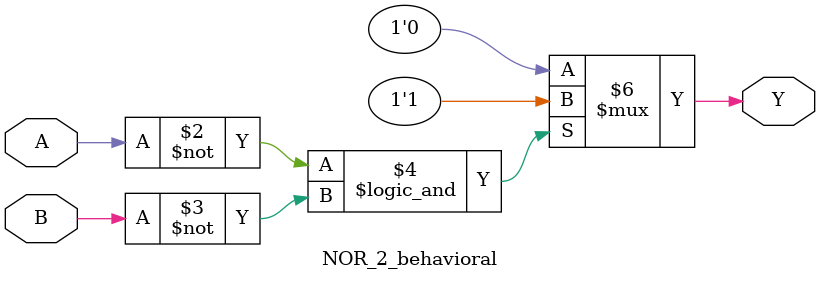
<source format=v>
module NOR_2_behavioral (output reg Y, input A, B);
always @ (A or B) begin
	if (A == 1'b0 && B == 1'b0) begin
		Y = 1'b1;
	end
	else 
		Y = 1'b0;
	end
endmodule
</source>
